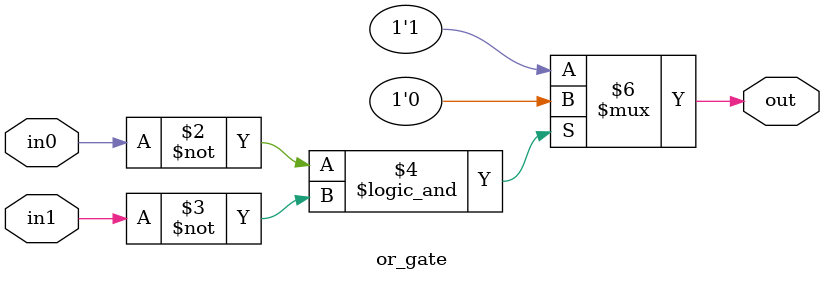
<source format=v>
module or_gate(
    input in0, in1, 
    output reg out
);

always @(*) begin
    if(in0==0 && in1==0)
        out=0;
    else
        out=1;
end

endmodule
</source>
